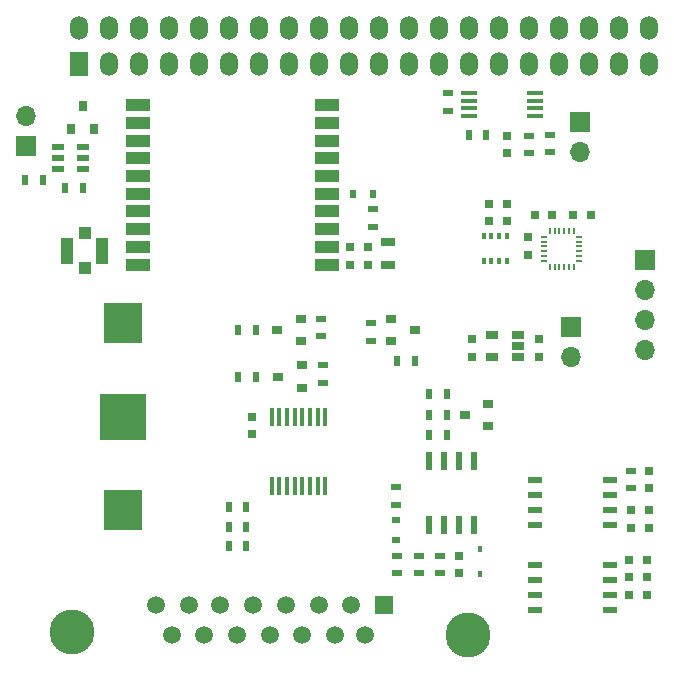
<source format=gbr>
G04 #@! TF.FileFunction,Soldermask,Top*
%FSLAX46Y46*%
G04 Gerber Fmt 4.6, Leading zero omitted, Abs format (unit mm)*
G04 Created by KiCad (PCBNEW 4.0.7-e1-6374~58~ubuntu16.04.1) date Tue Aug 22 17:37:57 2017*
%MOMM*%
%LPD*%
G01*
G04 APERTURE LIST*
%ADD10C,0.100000*%
%ADD11R,2.000000X1.000000*%
%ADD12R,0.900000X0.500000*%
%ADD13R,0.450000X1.500000*%
%ADD14R,0.500000X0.900000*%
%ADD15R,1.060000X0.650000*%
%ADD16R,1.470660X0.419100*%
%ADD17R,1.000760X0.599440*%
%ADD18R,1.050000X2.200000*%
%ADD19R,1.000000X1.000000*%
%ADD20R,0.550000X0.200000*%
%ADD21R,0.200000X0.550000*%
%ADD22R,1.300000X0.700000*%
%ADD23R,0.750000X0.800000*%
%ADD24R,0.800000X0.750000*%
%ADD25R,0.600000X0.800000*%
%ADD26R,0.900000X0.800000*%
%ADD27R,0.800000X0.900000*%
%ADD28R,0.800000X0.600000*%
%ADD29R,0.450000X0.600000*%
%ADD30R,1.143000X0.508000*%
%ADD31R,0.600000X1.550000*%
%ADD32R,1.700000X1.700000*%
%ADD33O,1.700000X1.700000*%
%ADD34R,1.524000X1.998980*%
%ADD35O,1.524000X1.998980*%
%ADD36R,0.350000X0.500000*%
%ADD37C,3.810000*%
%ADD38R,1.520000X1.520000*%
%ADD39C,1.520000*%
%ADD40R,3.300000X3.500000*%
%ADD41R,4.000000X4.000000*%
G04 APERTURE END LIST*
D10*
D11*
X118272764Y-93418914D03*
X134272764Y-93418914D03*
X118272764Y-91918914D03*
X134272764Y-91918914D03*
X118272764Y-90418914D03*
X134272764Y-90418914D03*
X118272764Y-88918914D03*
X134272764Y-88918914D03*
X118272764Y-87418914D03*
X134272764Y-87418914D03*
X118272764Y-85918914D03*
X134272764Y-85918914D03*
X118272764Y-84418914D03*
X134272764Y-84418914D03*
X118272764Y-82918914D03*
X134272764Y-82918914D03*
X118272764Y-81418914D03*
X134272764Y-81418914D03*
X118272764Y-79918914D03*
X134272764Y-79918914D03*
D12*
X133807000Y-99506000D03*
X133807000Y-98006000D03*
D13*
X129582000Y-112206000D03*
X130232000Y-112206000D03*
X130882000Y-112206000D03*
X131532000Y-112206000D03*
X132182000Y-112206000D03*
X132832000Y-112206000D03*
X133482000Y-112206000D03*
X134132000Y-112206000D03*
X134132000Y-106306000D03*
X133482000Y-106306000D03*
X132832000Y-106306000D03*
X132182000Y-106306000D03*
X131532000Y-106306000D03*
X130882000Y-106306000D03*
X130232000Y-106306000D03*
X129582000Y-106306000D03*
D14*
X125960000Y-113950000D03*
X127460000Y-113950000D03*
X127440000Y-115600000D03*
X125940000Y-115600000D03*
D15*
X150484214Y-101254052D03*
X150484214Y-100304052D03*
X150484214Y-99354052D03*
X148284214Y-99354052D03*
X148284214Y-101254052D03*
D16*
X151877930Y-80198288D03*
X151877930Y-79553128D03*
X151877930Y-78900348D03*
X151877930Y-80851068D03*
X146279770Y-78900348D03*
X146279770Y-79553128D03*
X146279770Y-80198288D03*
X146279770Y-80851068D03*
D17*
X111475740Y-83464480D03*
X111475740Y-85369480D03*
X111475740Y-84416980D03*
X113589020Y-85369480D03*
X113589020Y-83464480D03*
X113589020Y-84416980D03*
D18*
X115255000Y-92250000D03*
X112305000Y-92250000D03*
D19*
X113780000Y-93750000D03*
X113780000Y-90750000D03*
D20*
X155654837Y-93088451D03*
X155654837Y-92688451D03*
X155654837Y-92288451D03*
X155654837Y-91888451D03*
X155654837Y-91488451D03*
X155654837Y-91088451D03*
D21*
X155154837Y-90588451D03*
X154754837Y-90588451D03*
X154354837Y-90588451D03*
X153954837Y-90588451D03*
X153554837Y-90588451D03*
X153154837Y-90588451D03*
D20*
X152654837Y-91088451D03*
X152654837Y-91488451D03*
X152654837Y-91888451D03*
X152654837Y-92288451D03*
X152654837Y-92688451D03*
X152654837Y-93088451D03*
D21*
X153154837Y-93588451D03*
X153554837Y-93588451D03*
X153954837Y-93588451D03*
X154354837Y-93588451D03*
X154754837Y-93588451D03*
X155154837Y-93588451D03*
D12*
X153138850Y-83915708D03*
X153138850Y-82415708D03*
D22*
X139472764Y-91518914D03*
X139472764Y-93418914D03*
D23*
X149499181Y-83998975D03*
X149499181Y-82498975D03*
X137722764Y-93418914D03*
X137722764Y-91918914D03*
D24*
X155104837Y-89242451D03*
X156604837Y-89242451D03*
D23*
X136222764Y-93418914D03*
X136222764Y-91918914D03*
X151304837Y-91088451D03*
X151304837Y-92588451D03*
D24*
X151860837Y-89238451D03*
X153360837Y-89238451D03*
D23*
X161382000Y-121409000D03*
X161382000Y-119909000D03*
D25*
X138172764Y-87418914D03*
X136472764Y-87418914D03*
D12*
X151344181Y-84000975D03*
X151344181Y-82500975D03*
D14*
X146278850Y-82425708D03*
X147778850Y-82425708D03*
D12*
X144503850Y-80395708D03*
X144503850Y-78895708D03*
D14*
X110200000Y-86300000D03*
X108700000Y-86300000D03*
X113600000Y-86950000D03*
X112100000Y-86950000D03*
D12*
X138172764Y-88718914D03*
X138172764Y-90218914D03*
X140165750Y-118069082D03*
X140165750Y-119569082D03*
D14*
X127460000Y-117230000D03*
X125960000Y-117230000D03*
D23*
X160015871Y-115725575D03*
X160015871Y-114225575D03*
D24*
X159882000Y-118459000D03*
X161382000Y-118459000D03*
D23*
X161534871Y-110874575D03*
X161534871Y-112374575D03*
X145465750Y-118069082D03*
X145465750Y-119569082D03*
D26*
X132157000Y-103856000D03*
X132157000Y-101956000D03*
X130157000Y-102906000D03*
D27*
X112632380Y-81966980D03*
X114532380Y-81966980D03*
X113582380Y-79966980D03*
D12*
X142065750Y-119569082D03*
X142065750Y-118069082D03*
X143865750Y-118069082D03*
X143865750Y-119569082D03*
X160034871Y-110874575D03*
X160034871Y-112374575D03*
D14*
X126750000Y-102910000D03*
X128250000Y-102910000D03*
D12*
X133907000Y-103456000D03*
X133907000Y-101956000D03*
D23*
X161564871Y-115725575D03*
X161564871Y-114225575D03*
X159882000Y-121409000D03*
X159882000Y-119909000D03*
X127907000Y-106306000D03*
X127907000Y-107806000D03*
D28*
X140160000Y-116740000D03*
X140160000Y-115040000D03*
D29*
X147250000Y-119590000D03*
X147250000Y-117490000D03*
D26*
X132057000Y-99906000D03*
X132057000Y-98006000D03*
X130057000Y-98956000D03*
X147946070Y-107082854D03*
X147946070Y-105182854D03*
X145946070Y-106132854D03*
X139686000Y-98007000D03*
X139686000Y-99907000D03*
X141686000Y-98957000D03*
D14*
X126740000Y-98960000D03*
X128240000Y-98960000D03*
X144446070Y-107832854D03*
X142946070Y-107832854D03*
D12*
X140160000Y-113790000D03*
X140160000Y-112290000D03*
D14*
X142946070Y-106132854D03*
X144446070Y-106132854D03*
X142950000Y-104410000D03*
X144450000Y-104410000D03*
X140186000Y-101607000D03*
X141686000Y-101607000D03*
D12*
X137986000Y-98407000D03*
X137986000Y-99907000D03*
D30*
X151909000Y-122683000D03*
X151909000Y-121413000D03*
X151909000Y-120143000D03*
X151909000Y-118873000D03*
X158259000Y-118873000D03*
X158259000Y-120143000D03*
X158259000Y-121413000D03*
X158259000Y-122683000D03*
X151870871Y-115430575D03*
X151870871Y-114160575D03*
X151870871Y-112890575D03*
X151870871Y-111620575D03*
X158220871Y-111620575D03*
X158220871Y-112890575D03*
X158220871Y-114160575D03*
X158220871Y-115430575D03*
D31*
X142941070Y-115482854D03*
X144211070Y-115482854D03*
X145481070Y-115482854D03*
X146751070Y-115482854D03*
X146751070Y-110082854D03*
X145481070Y-110082854D03*
X144211070Y-110082854D03*
X142941070Y-110082854D03*
D23*
X152184214Y-101254052D03*
X152184214Y-99754052D03*
X146584214Y-101254052D03*
X146584214Y-99754052D03*
X148005403Y-89753919D03*
X148005403Y-88253919D03*
X149529403Y-89753919D03*
X149529403Y-88253919D03*
D32*
X155723850Y-81375708D03*
D33*
X155723850Y-83915708D03*
D32*
X154910000Y-98710000D03*
D33*
X154910000Y-101250000D03*
D34*
X113270000Y-76418920D03*
D35*
X113270000Y-73381080D03*
X115810000Y-76418920D03*
X115810000Y-73381080D03*
X118350000Y-76418920D03*
X118350000Y-73381080D03*
X120890000Y-76418920D03*
X120890000Y-73381080D03*
X123430000Y-76418920D03*
X123430000Y-73381080D03*
X125970000Y-76418920D03*
X125970000Y-73381080D03*
X128510000Y-76418920D03*
X128510000Y-73381080D03*
X131050000Y-76418920D03*
X131050000Y-73381080D03*
X133590000Y-76418920D03*
X133590000Y-73381080D03*
X136130000Y-76418920D03*
X136130000Y-73381080D03*
X138670000Y-76418920D03*
X138670000Y-73381080D03*
X141210000Y-76418920D03*
X141210000Y-73381080D03*
X143750000Y-76418920D03*
X143750000Y-73381080D03*
X146290000Y-76418920D03*
X146290000Y-73381080D03*
X148830000Y-76418920D03*
X148830000Y-73381080D03*
X151370000Y-76418920D03*
X151370000Y-73381080D03*
X153910000Y-76418920D03*
X153910000Y-73381080D03*
X156450000Y-76418920D03*
X156450000Y-73381080D03*
X158990000Y-76418920D03*
X158990000Y-73381080D03*
X161530000Y-76418920D03*
X161530000Y-73381080D03*
D32*
X108800000Y-83365000D03*
D33*
X108800000Y-80825000D03*
D36*
X149493403Y-93076919D03*
X148838403Y-93076919D03*
X148188403Y-93076919D03*
X147533403Y-93076919D03*
X147533403Y-91026919D03*
X148188403Y-91026919D03*
X148838403Y-91026919D03*
X149493403Y-91026919D03*
D32*
X161222294Y-93018216D03*
D33*
X161222294Y-95558216D03*
X161222294Y-98098216D03*
X161222294Y-100638216D03*
D37*
X112670000Y-124570000D03*
X146200000Y-124820000D03*
D38*
X139090000Y-122280000D03*
D39*
X136300000Y-122280000D03*
X133630000Y-122280000D03*
X130840000Y-122280000D03*
X128040000Y-122280000D03*
X125250000Y-122280000D03*
X122580000Y-122280000D03*
X119790000Y-122280000D03*
X137520000Y-124820000D03*
X134980000Y-124820000D03*
X132180000Y-124820000D03*
X129440000Y-124820000D03*
X126690000Y-124820000D03*
X123900000Y-124820000D03*
X121160000Y-124820000D03*
D40*
X117040000Y-98400000D03*
X117040000Y-114200000D03*
D41*
X117040000Y-106300000D03*
M02*

</source>
